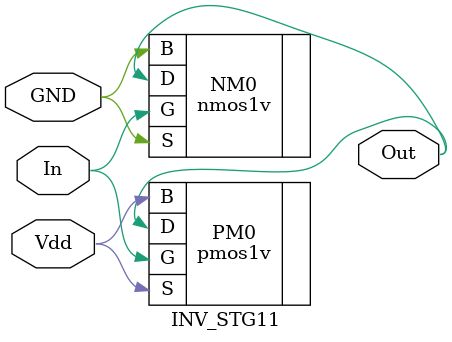
<source format=v>

module INV_STG11 (
GND,Vdd,In,Out );
input  GND;
input  Vdd;
input  In;
output  Out;
wire Vdd;
wire In;
wire GND;
wire Out;

nmos1v    
 NM0  ( .S( GND ), .G( In ), .B( GND ), .D( Out ) );

pmos1v    
 PM0  ( .S( Vdd ), .G( In ), .B( Vdd ), .D( Out ) );

endmodule


</source>
